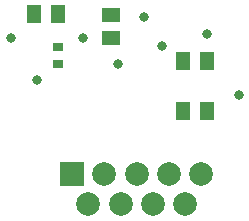
<source format=gbs>
G04*
G04 #@! TF.GenerationSoftware,Altium Limited,Altium Designer,18.1.7 (191)*
G04*
G04 Layer_Color=16711935*
%FSLAX44Y44*%
%MOMM*%
G71*
G01*
G75*
%ADD22R,1.2032X1.5032*%
%ADD25C,2.0032*%
%ADD26R,2.0032X2.0032*%
%ADD27C,0.8032*%
%ADD34R,0.9032X0.8032*%
%ADD35R,1.5032X1.2032*%
D22*
X124500Y267000D02*
D03*
X144500D02*
D03*
X270500Y185000D02*
D03*
X250500D02*
D03*
X250750Y227000D02*
D03*
X270750D02*
D03*
D25*
X252300Y106000D02*
D03*
X224900D02*
D03*
X197500D02*
D03*
X170100D02*
D03*
X266000Y131400D02*
D03*
X238600D02*
D03*
X211200D02*
D03*
X183800D02*
D03*
D26*
X156400D02*
D03*
D27*
X270750Y250000D02*
D03*
X217500Y264000D02*
D03*
X195750Y224250D02*
D03*
X233000Y240000D02*
D03*
X127000Y211000D02*
D03*
X297750Y198500D02*
D03*
X165500Y246250D02*
D03*
X104500Y246500D02*
D03*
D34*
X144500Y224500D02*
D03*
Y238500D02*
D03*
D35*
X189500Y246250D02*
D03*
Y266250D02*
D03*
M02*

</source>
